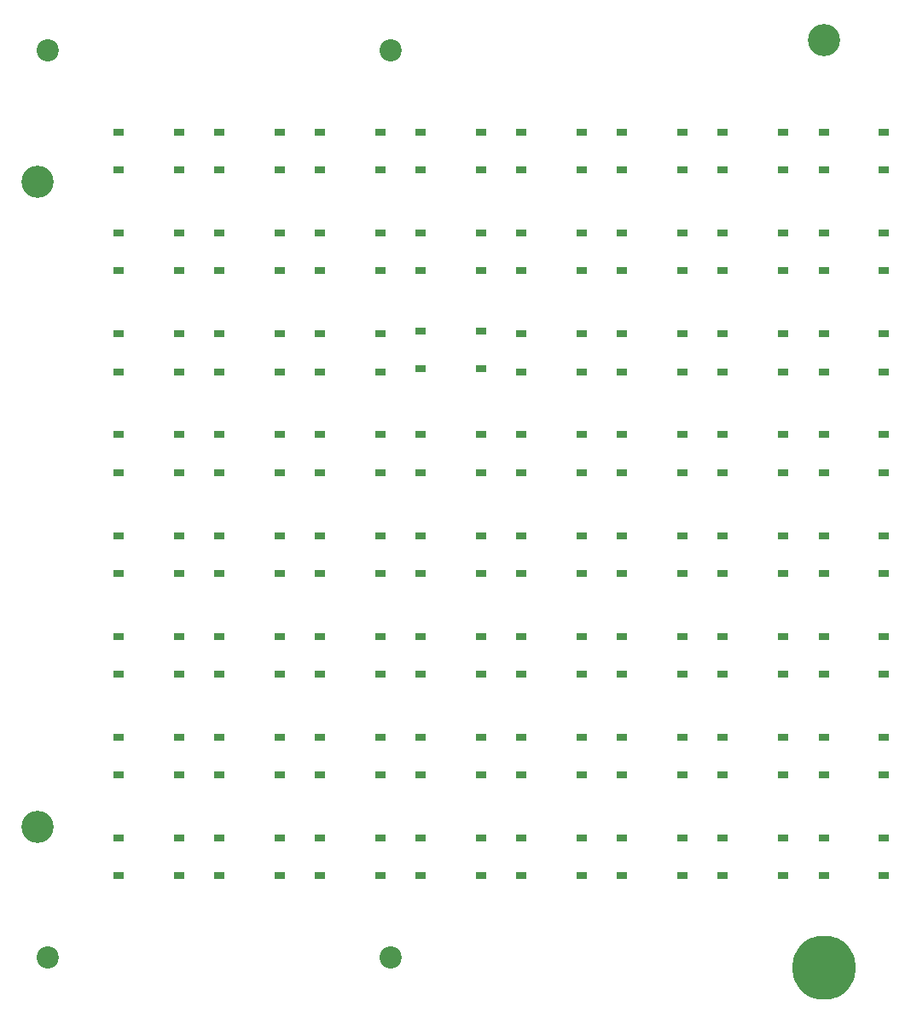
<source format=gbr>
%TF.GenerationSoftware,KiCad,Pcbnew,8.0.6-8.0.6-0~ubuntu24.04.1*%
%TF.CreationDate,2024-10-27T19:43:51+03:00*%
%TF.ProjectId,PM-Keybard,504d2d4b-6579-4626-9172-642e6b696361,rev?*%
%TF.SameCoordinates,Original*%
%TF.FileFunction,Soldermask,Top*%
%TF.FilePolarity,Negative*%
%FSLAX46Y46*%
G04 Gerber Fmt 4.6, Leading zero omitted, Abs format (unit mm)*
G04 Created by KiCad (PCBNEW 8.0.6-8.0.6-0~ubuntu24.04.1) date 2024-10-27 19:43:51*
%MOMM*%
%LPD*%
G01*
G04 APERTURE LIST*
%ADD10R,0.990600X0.762000*%
%ADD11C,2.200000*%
%ADD12C,3.200000*%
%ADD13O,6.350000X6.350000*%
G04 APERTURE END LIST*
D10*
%TO.C,SW0.0*%
X-38000002Y36875000D03*
X-31999998Y36875000D03*
X-38000002Y33125000D03*
X-31999998Y33125000D03*
%TD*%
%TO.C,SW7.7*%
X31999998Y-33125000D03*
X38000002Y-33125000D03*
X31999998Y-36875000D03*
X38000002Y-36875000D03*
%TD*%
%TO.C,SW7.6*%
X31999998Y-23125000D03*
X38000002Y-23125000D03*
X31999998Y-26875000D03*
X38000002Y-26875000D03*
%TD*%
%TO.C,SW7.5*%
X31999998Y-13125000D03*
X38000002Y-13125000D03*
X31999998Y-16875000D03*
X38000002Y-16875000D03*
%TD*%
%TO.C,SW7.4*%
X31999998Y-3125000D03*
X38000002Y-3125000D03*
X31999998Y-6875000D03*
X38000002Y-6875000D03*
%TD*%
%TO.C,SW7.3*%
X31999998Y6875000D03*
X38000002Y6875000D03*
X31999998Y3125000D03*
X38000002Y3125000D03*
%TD*%
%TO.C,SW7.2*%
X31999998Y16875000D03*
X38000002Y16875000D03*
X31999998Y13125000D03*
X38000002Y13125000D03*
%TD*%
%TO.C,SW7.1*%
X31999998Y26875000D03*
X38000002Y26875000D03*
X31999998Y23125000D03*
X38000002Y23125000D03*
%TD*%
%TO.C,SW7.0*%
X31999998Y36875000D03*
X38000002Y36875000D03*
X31999998Y33125000D03*
X38000002Y33125000D03*
%TD*%
%TO.C,SW6.7*%
X21999998Y-33125000D03*
X28000002Y-33125000D03*
X21999998Y-36875000D03*
X28000002Y-36875000D03*
%TD*%
%TO.C,SW6.6*%
X21999998Y-23125000D03*
X28000002Y-23125000D03*
X21999998Y-26875000D03*
X28000002Y-26875000D03*
%TD*%
%TO.C,SW6.5*%
X21999998Y-13125000D03*
X28000002Y-13125000D03*
X21999998Y-16875000D03*
X28000002Y-16875000D03*
%TD*%
%TO.C,SW6.4*%
X21999998Y-3125000D03*
X28000002Y-3125000D03*
X21999998Y-6875000D03*
X28000002Y-6875000D03*
%TD*%
%TO.C,SW6.3*%
X21999998Y6875000D03*
X28000002Y6875000D03*
X21999998Y3125000D03*
X28000002Y3125000D03*
%TD*%
%TO.C,SW6.2*%
X21999998Y16875000D03*
X28000002Y16875000D03*
X21999998Y13125000D03*
X28000002Y13125000D03*
%TD*%
%TO.C,SW6.1*%
X21999998Y26875000D03*
X28000002Y26875000D03*
X21999998Y23125000D03*
X28000002Y23125000D03*
%TD*%
%TO.C,SW6.0*%
X21999998Y36875000D03*
X28000002Y36875000D03*
X21999998Y33125000D03*
X28000002Y33125000D03*
%TD*%
%TO.C,SW5.7*%
X11999998Y-33125000D03*
X18000002Y-33125000D03*
X11999998Y-36875000D03*
X18000002Y-36875000D03*
%TD*%
%TO.C,SW5.6*%
X11999998Y-23125000D03*
X18000002Y-23125000D03*
X11999998Y-26875000D03*
X18000002Y-26875000D03*
%TD*%
%TO.C,SW5.5*%
X11999998Y-13125000D03*
X18000002Y-13125000D03*
X11999998Y-16875000D03*
X18000002Y-16875000D03*
%TD*%
%TO.C,SW5.4*%
X11999998Y-3125000D03*
X18000002Y-3125000D03*
X11999998Y-6875000D03*
X18000002Y-6875000D03*
%TD*%
%TO.C,SW5.3*%
X11999998Y6875000D03*
X18000002Y6875000D03*
X11999998Y3125000D03*
X18000002Y3125000D03*
%TD*%
%TO.C,SW5.2*%
X11999998Y16875000D03*
X18000002Y16875000D03*
X11999998Y13125000D03*
X18000002Y13125000D03*
%TD*%
%TO.C,SW5.1*%
X11999998Y26875000D03*
X18000002Y26875000D03*
X11999998Y23125000D03*
X18000002Y23125000D03*
%TD*%
%TO.C,SW5.0*%
X11999998Y36875000D03*
X18000002Y36875000D03*
X11999998Y33125000D03*
X18000002Y33125000D03*
%TD*%
%TO.C,SW4.7*%
X1999998Y-33125000D03*
X8000002Y-33125000D03*
X1999998Y-36875000D03*
X8000002Y-36875000D03*
%TD*%
%TO.C,SW4.6*%
X1999998Y-23125000D03*
X8000002Y-23125000D03*
X1999998Y-26875000D03*
X8000002Y-26875000D03*
%TD*%
%TO.C,SW4.5*%
X1999998Y-13125000D03*
X8000002Y-13125000D03*
X1999998Y-16875000D03*
X8000002Y-16875000D03*
%TD*%
%TO.C,SW4.4*%
X1999998Y-3125000D03*
X8000002Y-3125000D03*
X1999998Y-6875000D03*
X8000002Y-6875000D03*
%TD*%
%TO.C,SW4.3*%
X1999998Y6875000D03*
X8000002Y6875000D03*
X1999998Y3125000D03*
X8000002Y3125000D03*
%TD*%
%TO.C,SW4.2*%
X1999998Y16875000D03*
X8000002Y16875000D03*
X1999998Y13125000D03*
X8000002Y13125000D03*
%TD*%
%TO.C,SW4.1*%
X1999998Y26875000D03*
X8000002Y26875000D03*
X1999998Y23125000D03*
X8000002Y23125000D03*
%TD*%
%TO.C,SW4.0*%
X1999998Y36875000D03*
X8000002Y36875000D03*
X1999998Y33125000D03*
X8000002Y33125000D03*
%TD*%
%TO.C,SW3.7*%
X-8000002Y-33125000D03*
X-1999998Y-33125000D03*
X-8000002Y-36875000D03*
X-1999998Y-36875000D03*
%TD*%
%TO.C,SW3.6*%
X-8000002Y-23125000D03*
X-1999998Y-23125000D03*
X-8000002Y-26875000D03*
X-1999998Y-26875000D03*
%TD*%
%TO.C,SW3.5*%
X-8000002Y-13125000D03*
X-1999998Y-13125000D03*
X-8000002Y-16875000D03*
X-1999998Y-16875000D03*
%TD*%
%TO.C,SW3.4*%
X-8000002Y-3125000D03*
X-1999998Y-3125000D03*
X-8000002Y-6875000D03*
X-1999998Y-6875000D03*
%TD*%
%TO.C,SW3.3*%
X-8000002Y6875000D03*
X-1999998Y6875000D03*
X-8000002Y3125000D03*
X-1999998Y3125000D03*
%TD*%
%TO.C,SW3.2*%
X-8000002Y17149600D03*
X-1999998Y17149600D03*
X-8000002Y13399600D03*
X-1999998Y13399600D03*
%TD*%
%TO.C,SW3.1*%
X-8000002Y26875000D03*
X-1999998Y26875000D03*
X-8000002Y23125000D03*
X-1999998Y23125000D03*
%TD*%
%TO.C,SW3.0*%
X-8000002Y36875000D03*
X-1999998Y36875000D03*
X-8000002Y33125000D03*
X-1999998Y33125000D03*
%TD*%
%TO.C,SW2.7*%
X-18000002Y-33125000D03*
X-11999998Y-33125000D03*
X-18000002Y-36875000D03*
X-11999998Y-36875000D03*
%TD*%
%TO.C,SW2.6*%
X-18000002Y-23125000D03*
X-11999998Y-23125000D03*
X-18000002Y-26875000D03*
X-11999998Y-26875000D03*
%TD*%
%TO.C,SW2.5*%
X-18000002Y-13125000D03*
X-11999998Y-13125000D03*
X-18000002Y-16875000D03*
X-11999998Y-16875000D03*
%TD*%
%TO.C,SW2.4*%
X-18000002Y-3125000D03*
X-11999998Y-3125000D03*
X-18000002Y-6875000D03*
X-11999998Y-6875000D03*
%TD*%
%TO.C,SW2.3*%
X-18000002Y6875000D03*
X-11999998Y6875000D03*
X-18000002Y3125000D03*
X-11999998Y3125000D03*
%TD*%
%TO.C,SW2.2*%
X-18000002Y16875000D03*
X-11999998Y16875000D03*
X-18000002Y13125000D03*
X-11999998Y13125000D03*
%TD*%
%TO.C,SW2.1*%
X-18000002Y26875000D03*
X-11999998Y26875000D03*
X-18000002Y23125000D03*
X-11999998Y23125000D03*
%TD*%
%TO.C,SW2.0*%
X-18000002Y36875000D03*
X-11999998Y36875000D03*
X-18000002Y33125000D03*
X-11999998Y33125000D03*
%TD*%
%TO.C,SW1.7*%
X-28000002Y-33125000D03*
X-21999998Y-33125000D03*
X-28000002Y-36875000D03*
X-21999998Y-36875000D03*
%TD*%
%TO.C,SW1.6*%
X-28000002Y-23125000D03*
X-21999998Y-23125000D03*
X-28000002Y-26875000D03*
X-21999998Y-26875000D03*
%TD*%
%TO.C,SW1.5*%
X-28000002Y-13125000D03*
X-21999998Y-13125000D03*
X-28000002Y-16875000D03*
X-21999998Y-16875000D03*
%TD*%
%TO.C,SW1.4*%
X-28000002Y-3125000D03*
X-21999998Y-3125000D03*
X-28000002Y-6875000D03*
X-21999998Y-6875000D03*
%TD*%
%TO.C,SW1.3*%
X-28000002Y6875000D03*
X-21999998Y6875000D03*
X-28000002Y3125000D03*
X-21999998Y3125000D03*
%TD*%
%TO.C,SW1.2*%
X-28000002Y16875000D03*
X-21999998Y16875000D03*
X-28000002Y13125000D03*
X-21999998Y13125000D03*
%TD*%
%TO.C,SW1.1*%
X-28000002Y26875000D03*
X-21999998Y26875000D03*
X-28000002Y23125000D03*
X-21999998Y23125000D03*
%TD*%
%TO.C,SW1.0*%
X-28000002Y36875000D03*
X-21999998Y36875000D03*
X-28000002Y33125000D03*
X-21999998Y33125000D03*
%TD*%
%TO.C,SW0.7*%
X-38000002Y-33125000D03*
X-31999998Y-33125000D03*
X-38000002Y-36875000D03*
X-31999998Y-36875000D03*
%TD*%
%TO.C,SW0.6*%
X-38000002Y-23125000D03*
X-31999998Y-23125000D03*
X-38000002Y-26875000D03*
X-31999998Y-26875000D03*
%TD*%
%TO.C,SW0.5*%
X-38000002Y-13125000D03*
X-31999998Y-13125000D03*
X-38000002Y-16875000D03*
X-31999998Y-16875000D03*
%TD*%
%TO.C,SW0.4*%
X-38000002Y-3125000D03*
X-31999998Y-3125000D03*
X-38000002Y-6875000D03*
X-31999998Y-6875000D03*
%TD*%
%TO.C,SW0.3*%
X-38000002Y6875000D03*
X-31999998Y6875000D03*
X-38000002Y3125000D03*
X-31999998Y3125000D03*
%TD*%
%TO.C,SW0.2*%
X-38000002Y16875000D03*
X-31999998Y16875000D03*
X-38000002Y13125000D03*
X-31999998Y13125000D03*
%TD*%
%TO.C,SW0.1*%
X-38000002Y26875000D03*
X-31999998Y26875000D03*
X-38000002Y23125000D03*
X-31999998Y23125000D03*
%TD*%
D11*
%TO.C,U2*%
X-11000000Y45000000D03*
X-11000000Y-45000000D03*
X-45000000Y45000000D03*
X-45000000Y-45000000D03*
%TD*%
D12*
%TO.C,H2*%
X32000000Y46000000D03*
%TD*%
D13*
%TO.C,PE1*%
X32000000Y-46000000D03*
%TD*%
D12*
%TO.C,H1*%
X-46000000Y32000000D03*
%TD*%
%TO.C,H3*%
X-46000000Y-32000000D03*
%TD*%
M02*

</source>
